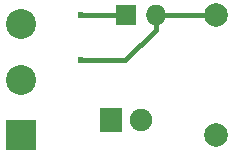
<source format=gbr>
G04 #@! TF.FileFunction,Copper,L1,Top,Signal*
%FSLAX46Y46*%
G04 Gerber Fmt 4.6, Leading zero omitted, Abs format (unit mm)*
G04 Created by KiCad (PCBNEW 4.0.2-stable) date Wednesday, 03 August 2016 'amt' 10:39:47*
%MOMM*%
G01*
G04 APERTURE LIST*
%ADD10C,0.100000*%
%ADD11R,1.900000X2.000000*%
%ADD12C,1.900000*%
%ADD13R,1.727200X1.727200*%
%ADD14O,1.727200X1.727200*%
%ADD15C,1.998980*%
%ADD16R,2.540000X2.540000*%
%ADD17C,2.540000*%
%ADD18C,0.600000*%
%ADD19C,0.400000*%
G04 APERTURE END LIST*
D10*
D11*
X127000000Y-105410000D03*
D12*
X129540000Y-105410000D03*
D13*
X128270000Y-96520000D03*
D14*
X130810000Y-96520000D03*
D15*
X135890000Y-106680000D03*
X135890000Y-96520000D03*
D16*
X119380000Y-106680000D03*
D17*
X119380000Y-101981000D03*
X119380000Y-97282000D03*
D18*
X124460000Y-96520000D03*
X124460000Y-100330000D03*
D19*
X128270000Y-96520000D02*
X124460000Y-96520000D01*
X120142000Y-96520000D02*
X119380000Y-97282000D01*
X130810000Y-96520000D02*
X130810000Y-97741314D01*
X130810000Y-97741314D02*
X128221314Y-100330000D01*
X128221314Y-100330000D02*
X124460000Y-100330000D01*
X135890000Y-96520000D02*
X130810000Y-96520000D01*
M02*

</source>
